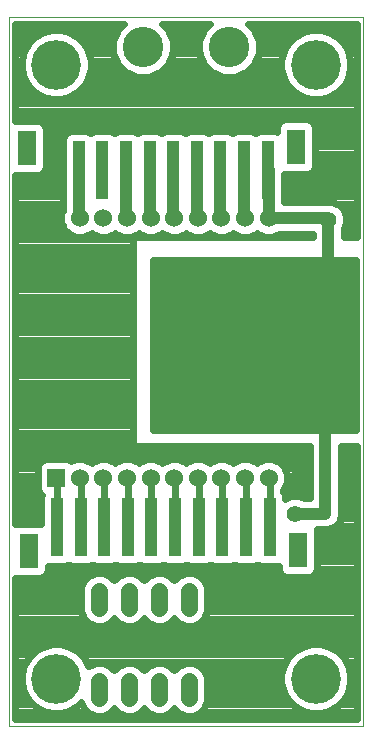
<source format=gtl>
G75*
G70*
%OFA0B0*%
%FSLAX24Y24*%
%IPPOS*%
%LPD*%
%AMOC8*
5,1,8,0,0,1.08239X$1,22.5*
%
%ADD10C,0.0000*%
%ADD11C,0.0560*%
%ADD12R,0.0600X0.0600*%
%ADD13C,0.0600*%
%ADD14R,0.0394X0.1969*%
%ADD15R,0.0630X0.1181*%
%ADD16C,0.1349*%
%ADD17C,0.1660*%
%ADD18C,0.0240*%
%ADD19C,0.0700*%
%ADD20C,0.0554*%
%ADD21C,0.0400*%
%ADD22C,0.0200*%
%ADD23C,0.0436*%
D10*
X000240Y000250D02*
X000240Y000260D01*
X000240Y023882D01*
X012051Y023882D01*
X012051Y000260D01*
X000240Y000260D01*
D11*
X003250Y001200D02*
X003250Y001760D01*
X004250Y001760D02*
X004250Y001200D01*
X005250Y001200D02*
X005250Y001760D01*
X006250Y001760D02*
X006250Y001200D01*
X006250Y004200D02*
X006250Y004760D01*
X005250Y004760D02*
X005250Y004200D01*
X004250Y004200D02*
X004250Y004760D01*
X003250Y004760D02*
X003250Y004200D01*
D12*
X001815Y008528D03*
X001815Y017189D03*
D13*
X002602Y017189D03*
X003390Y017189D03*
X004177Y017189D03*
X004964Y017189D03*
X005752Y017189D03*
X006539Y017189D03*
X007327Y017189D03*
X008114Y017189D03*
X008901Y017189D03*
X008901Y008528D03*
X008114Y008528D03*
X007327Y008528D03*
X006539Y008528D03*
X005752Y008528D03*
X004964Y008528D03*
X004177Y008528D03*
X003390Y008528D03*
X002602Y008528D03*
D14*
X002629Y006882D03*
X003416Y006882D03*
X004203Y006882D03*
X004991Y006882D03*
X005778Y006882D03*
X006566Y006882D03*
X007353Y006882D03*
X008140Y006882D03*
X008928Y006882D03*
X008869Y018778D03*
X008081Y018778D03*
X007294Y018778D03*
X006507Y018778D03*
X005719Y018778D03*
X004932Y018778D03*
X004144Y018778D03*
X003357Y018778D03*
X002570Y018778D03*
X001782Y018778D03*
X001841Y006882D03*
D15*
X000896Y006094D03*
X000837Y019526D03*
X009814Y019566D03*
X009873Y006134D03*
D16*
X007583Y022898D03*
X004709Y022898D03*
D17*
X001815Y022307D03*
X010476Y022307D03*
X010476Y001835D03*
X001815Y001835D03*
D18*
X002298Y002884D02*
X009993Y002884D01*
X010032Y002906D02*
X009770Y002755D01*
X009556Y002541D01*
X009405Y002279D01*
X009326Y001986D01*
X009326Y001683D01*
X009405Y001391D01*
X009556Y001129D01*
X009770Y000915D01*
X010032Y000763D01*
X010325Y000685D01*
X010628Y000685D01*
X010920Y000763D01*
X011182Y000915D01*
X011396Y001129D01*
X011548Y001391D01*
X011626Y001683D01*
X011626Y001986D01*
X011548Y002279D01*
X011396Y002541D01*
X011182Y002755D01*
X010920Y002906D01*
X010628Y002985D01*
X010325Y002985D01*
X010032Y002906D01*
X009660Y002645D02*
X002631Y002645D01*
X002735Y002541D02*
X002521Y002755D01*
X002259Y002906D01*
X001966Y002985D01*
X001663Y002985D01*
X001371Y002906D01*
X001109Y002755D01*
X000895Y002541D01*
X000743Y002279D01*
X000665Y001986D01*
X000665Y001683D01*
X000743Y001391D01*
X000895Y001129D01*
X001109Y000915D01*
X001371Y000763D01*
X001663Y000685D01*
X001966Y000685D01*
X002259Y000763D01*
X002521Y000915D01*
X002661Y001055D01*
X002741Y000860D01*
X002910Y000691D01*
X003131Y000600D01*
X003369Y000600D01*
X003590Y000691D01*
X003750Y000851D01*
X003910Y000691D01*
X004131Y000600D01*
X004369Y000600D01*
X004590Y000691D01*
X004750Y000851D01*
X004910Y000691D01*
X005131Y000600D01*
X005369Y000600D01*
X005590Y000691D01*
X005750Y000851D01*
X005910Y000691D01*
X006131Y000600D01*
X006369Y000600D01*
X006590Y000691D01*
X006759Y000860D01*
X006850Y001081D01*
X006850Y001879D01*
X006759Y002100D01*
X006590Y002269D01*
X006369Y002360D01*
X006131Y002360D01*
X005910Y002269D01*
X005750Y002109D01*
X005590Y002269D01*
X005369Y002360D01*
X005131Y002360D01*
X004910Y002269D01*
X004750Y002109D01*
X004590Y002269D01*
X004369Y002360D01*
X004131Y002360D01*
X003910Y002269D01*
X003750Y002109D01*
X003590Y002269D01*
X003369Y002360D01*
X003131Y002360D01*
X002910Y002269D01*
X002893Y002252D01*
X002886Y002279D01*
X002735Y002541D01*
X002813Y002407D02*
X009478Y002407D01*
X009375Y002168D02*
X006691Y002168D01*
X006829Y001930D02*
X009326Y001930D01*
X009326Y001691D02*
X006850Y001691D01*
X006850Y001453D02*
X009388Y001453D01*
X009507Y001214D02*
X006850Y001214D01*
X006806Y000976D02*
X009709Y000976D01*
X010130Y000737D02*
X006636Y000737D01*
X005864Y000737D02*
X005636Y000737D01*
X004864Y000737D02*
X004636Y000737D01*
X003864Y000737D02*
X003636Y000737D01*
X002864Y000737D02*
X002161Y000737D01*
X002582Y000976D02*
X002694Y000976D01*
X003691Y002168D02*
X003809Y002168D01*
X004131Y003600D02*
X003910Y003691D01*
X003750Y003851D01*
X003590Y003691D01*
X003369Y003600D01*
X003131Y003600D01*
X002910Y003691D01*
X002741Y003860D01*
X002650Y004081D01*
X002650Y004879D01*
X002741Y005100D01*
X002910Y005269D01*
X003131Y005360D01*
X003369Y005360D01*
X003590Y005269D01*
X003750Y005109D01*
X003910Y005269D01*
X004131Y005360D01*
X004369Y005360D01*
X004590Y005269D01*
X004750Y005109D01*
X004910Y005269D01*
X005131Y005360D01*
X005369Y005360D01*
X005590Y005269D01*
X005750Y005109D01*
X005910Y005269D01*
X006131Y005360D01*
X006369Y005360D01*
X006590Y005269D01*
X006759Y005100D01*
X006850Y004879D01*
X006850Y004081D01*
X006759Y003860D01*
X006590Y003691D01*
X006369Y003600D01*
X006131Y003600D01*
X005910Y003691D01*
X005750Y003851D01*
X005590Y003691D01*
X005369Y003600D01*
X005131Y003600D01*
X004910Y003691D01*
X004750Y003851D01*
X004590Y003691D01*
X004369Y003600D01*
X004131Y003600D01*
X003764Y003838D02*
X003736Y003838D01*
X003590Y005269D02*
X003910Y005269D01*
X003943Y005577D02*
X003825Y005626D01*
X003810Y005642D01*
X003794Y005626D01*
X003677Y005577D01*
X003156Y005577D01*
X003038Y005626D01*
X003022Y005642D01*
X003007Y005626D01*
X002889Y005577D01*
X002368Y005577D01*
X002251Y005626D01*
X002235Y005642D01*
X002219Y005626D01*
X002102Y005577D01*
X001581Y005577D01*
X001531Y005598D01*
X001531Y005440D01*
X001483Y005322D01*
X001393Y005232D01*
X001275Y005184D01*
X000518Y005184D01*
X000460Y005208D01*
X000460Y000480D01*
X011831Y000480D01*
X011831Y009600D01*
X011307Y009600D01*
X011307Y007227D01*
X011228Y007035D01*
X011082Y006889D01*
X010891Y006810D01*
X010499Y006810D01*
X010508Y006788D01*
X010508Y005479D01*
X010459Y005362D01*
X010369Y005272D01*
X010251Y005223D01*
X009494Y005223D01*
X009377Y005272D01*
X009287Y005362D01*
X009238Y005479D01*
X009238Y005598D01*
X009188Y005577D01*
X008667Y005577D01*
X008550Y005626D01*
X008534Y005642D01*
X008519Y005626D01*
X008401Y005577D01*
X007880Y005577D01*
X007762Y005626D01*
X007747Y005642D01*
X007731Y005626D01*
X007614Y005577D01*
X007093Y005577D01*
X006975Y005626D01*
X006959Y005642D01*
X006944Y005626D01*
X006826Y005577D01*
X006305Y005577D01*
X006188Y005626D01*
X006172Y005642D01*
X006156Y005626D01*
X006039Y005577D01*
X005518Y005577D01*
X005400Y005626D01*
X005385Y005642D01*
X005369Y005626D01*
X005251Y005577D01*
X004730Y005577D01*
X004613Y005626D01*
X004597Y005642D01*
X004582Y005626D01*
X004464Y005577D01*
X003943Y005577D01*
X004203Y006882D02*
X004203Y008528D01*
X004177Y008528D01*
X003901Y009085D02*
X003666Y009085D01*
X003741Y009053D02*
X003513Y009148D01*
X003266Y009148D01*
X003038Y009053D01*
X002996Y009011D01*
X002953Y009053D01*
X002726Y009148D01*
X002479Y009148D01*
X002315Y009080D01*
X002296Y009099D01*
X002178Y009148D01*
X001451Y009148D01*
X001334Y009099D01*
X001244Y009009D01*
X001195Y008891D01*
X001195Y008164D01*
X001244Y008046D01*
X001334Y007956D01*
X001335Y007956D01*
X001324Y007930D01*
X001324Y006984D01*
X001275Y007005D01*
X000518Y007005D01*
X000460Y006981D01*
X000460Y018616D01*
X001216Y018616D01*
X001333Y018665D01*
X001423Y018755D01*
X001472Y018872D01*
X001472Y020181D01*
X001423Y020298D01*
X001333Y020388D01*
X001216Y020437D01*
X000460Y020437D01*
X000460Y023662D01*
X004066Y023662D01*
X003865Y023461D01*
X003714Y023096D01*
X003714Y022700D01*
X003865Y022335D01*
X004145Y022055D01*
X004511Y021903D01*
X004906Y021903D01*
X005272Y022055D01*
X005552Y022335D01*
X005703Y022700D01*
X005703Y023096D01*
X005552Y023461D01*
X005351Y023662D01*
X006940Y023662D01*
X006739Y023461D01*
X006588Y023096D01*
X006588Y022700D01*
X006739Y022335D01*
X007019Y022055D01*
X007385Y021903D01*
X007780Y021903D01*
X008146Y022055D01*
X008426Y022335D01*
X008577Y022700D01*
X008577Y023096D01*
X008426Y023461D01*
X008225Y023662D01*
X011831Y023662D01*
X011831Y016550D01*
X011410Y016550D01*
X011410Y016825D01*
X011487Y017011D01*
X011487Y017249D01*
X011396Y017468D01*
X011228Y017636D01*
X011009Y017727D01*
X010771Y017727D01*
X010728Y017709D01*
X009421Y017709D01*
X009421Y018661D01*
X009435Y018655D01*
X010192Y018655D01*
X010310Y018704D01*
X010400Y018794D01*
X010449Y018912D01*
X010449Y020220D01*
X010400Y020338D01*
X010310Y020428D01*
X010192Y020476D01*
X009435Y020476D01*
X009317Y020428D01*
X009227Y020338D01*
X009179Y020220D01*
X009179Y020062D01*
X009129Y020083D01*
X008608Y020083D01*
X008491Y020034D01*
X008475Y020018D01*
X008459Y020034D01*
X008342Y020083D01*
X007821Y020083D01*
X007703Y020034D01*
X007688Y020018D01*
X007672Y020034D01*
X007554Y020083D01*
X007033Y020083D01*
X006916Y020034D01*
X006900Y020018D01*
X006885Y020034D01*
X006767Y020083D01*
X006246Y020083D01*
X006128Y020034D01*
X006113Y020018D01*
X006097Y020034D01*
X005980Y020083D01*
X005459Y020083D01*
X005341Y020034D01*
X005325Y020018D01*
X005310Y020034D01*
X005192Y020083D01*
X004671Y020083D01*
X004554Y020034D01*
X004538Y020018D01*
X004522Y020034D01*
X004405Y020083D01*
X003884Y020083D01*
X003766Y020034D01*
X003751Y020018D01*
X003735Y020034D01*
X003617Y020083D01*
X003096Y020083D01*
X002979Y020034D01*
X002963Y020018D01*
X002948Y020034D01*
X002830Y020083D01*
X002309Y020083D01*
X002191Y020034D01*
X002101Y019944D01*
X002053Y019826D01*
X002053Y018889D01*
X002050Y018882D01*
X002050Y017475D01*
X001982Y017312D01*
X001982Y017066D01*
X002077Y016838D01*
X002251Y016664D01*
X002479Y016569D01*
X002726Y016569D01*
X002953Y016664D01*
X002996Y016706D01*
X003038Y016664D01*
X003266Y016569D01*
X003513Y016569D01*
X003741Y016664D01*
X003783Y016706D01*
X003826Y016664D01*
X004054Y016569D01*
X004300Y016569D01*
X004528Y016664D01*
X004571Y016706D01*
X004613Y016664D01*
X004841Y016569D01*
X005088Y016569D01*
X005316Y016664D01*
X005358Y016706D01*
X005401Y016664D01*
X005628Y016569D01*
X005875Y016569D01*
X006103Y016664D01*
X006146Y016706D01*
X006188Y016664D01*
X006416Y016569D01*
X006663Y016569D01*
X006890Y016664D01*
X006933Y016706D01*
X006975Y016664D01*
X007203Y016569D01*
X007450Y016569D01*
X007678Y016664D01*
X007720Y016706D01*
X007763Y016664D01*
X007991Y016569D01*
X008237Y016569D01*
X008465Y016664D01*
X008508Y016706D01*
X008550Y016664D01*
X008778Y016569D01*
X009025Y016569D01*
X009253Y016664D01*
X009258Y016669D01*
X010370Y016669D01*
X010370Y016550D01*
X004390Y016550D01*
X004390Y009600D01*
X010267Y009600D01*
X010267Y007850D01*
X010085Y007850D01*
X009899Y007927D01*
X009661Y007927D01*
X009445Y007837D01*
X009445Y007930D01*
X009396Y008047D01*
X009368Y008075D01*
X009368Y008117D01*
X009427Y008177D01*
X009521Y008404D01*
X009521Y008651D01*
X009427Y008879D01*
X009253Y009053D01*
X009025Y009148D01*
X008778Y009148D01*
X008550Y009053D01*
X008508Y009011D01*
X008465Y009053D01*
X008237Y009148D01*
X007991Y009148D01*
X007763Y009053D01*
X007720Y009011D01*
X007678Y009053D01*
X007450Y009148D01*
X007203Y009148D01*
X006975Y009053D01*
X006933Y009011D01*
X006890Y009053D01*
X006663Y009148D01*
X006416Y009148D01*
X006188Y009053D01*
X006146Y009011D01*
X006103Y009053D01*
X005875Y009148D01*
X005628Y009148D01*
X005401Y009053D01*
X005358Y009011D01*
X005316Y009053D01*
X005088Y009148D01*
X004841Y009148D01*
X004613Y009053D01*
X004571Y009011D01*
X004528Y009053D01*
X004300Y009148D01*
X004054Y009148D01*
X003826Y009053D01*
X003783Y009011D01*
X003741Y009053D01*
X003416Y008528D02*
X003416Y006882D01*
X002629Y006882D02*
X002629Y008528D01*
X002602Y008528D01*
X002878Y009085D02*
X003114Y009085D01*
X003390Y008528D02*
X003416Y008528D01*
X004390Y009800D02*
X000460Y009800D01*
X000460Y009562D02*
X010267Y009562D01*
X010267Y009323D02*
X000460Y009323D01*
X000460Y009085D02*
X001319Y009085D01*
X001195Y008846D02*
X000460Y008846D01*
X000460Y008608D02*
X001195Y008608D01*
X001195Y008369D02*
X000460Y008369D01*
X000460Y008131D02*
X001209Y008131D01*
X001324Y007892D02*
X000460Y007892D01*
X000460Y007654D02*
X001324Y007654D01*
X001324Y007415D02*
X000460Y007415D01*
X000460Y007177D02*
X001324Y007177D01*
X001841Y006882D02*
X001841Y008528D01*
X001815Y008528D01*
X002311Y009085D02*
X002326Y009085D01*
X001531Y005507D02*
X009238Y005507D01*
X009384Y005269D02*
X006590Y005269D01*
X006788Y005030D02*
X011831Y005030D01*
X011831Y004792D02*
X006850Y004792D01*
X006850Y004553D02*
X011831Y004553D01*
X011831Y004315D02*
X006850Y004315D01*
X006848Y004076D02*
X011831Y004076D01*
X011831Y003838D02*
X006736Y003838D01*
X005910Y005269D02*
X005590Y005269D01*
X004910Y005269D02*
X004590Y005269D01*
X004736Y003838D02*
X004764Y003838D01*
X004809Y002168D02*
X004691Y002168D01*
X005691Y002168D02*
X005809Y002168D01*
X005764Y003838D02*
X005736Y003838D01*
X005778Y006882D02*
X005778Y008528D01*
X005752Y008528D01*
X006028Y009085D02*
X006263Y009085D01*
X006539Y008528D02*
X006566Y008528D01*
X006566Y006882D01*
X007353Y006882D02*
X007353Y008528D01*
X007327Y008528D01*
X007603Y009085D02*
X007838Y009085D01*
X008114Y008528D02*
X008140Y008528D01*
X008140Y006882D01*
X008928Y006882D02*
X008928Y008528D01*
X008901Y008528D01*
X009177Y009085D02*
X010267Y009085D01*
X010267Y008846D02*
X009441Y008846D01*
X009521Y008608D02*
X010267Y008608D01*
X010267Y008369D02*
X009507Y008369D01*
X009381Y008131D02*
X010267Y008131D01*
X010267Y007892D02*
X009984Y007892D01*
X009576Y007892D02*
X009445Y007892D01*
X008625Y009085D02*
X008390Y009085D01*
X007051Y009085D02*
X006815Y009085D01*
X005476Y009085D02*
X005240Y009085D01*
X004991Y008528D02*
X004991Y006882D01*
X004964Y008528D02*
X004991Y008528D01*
X004688Y009085D02*
X004453Y009085D01*
X004390Y010039D02*
X000460Y010039D01*
X000460Y010277D02*
X004390Y010277D01*
X004390Y010516D02*
X000460Y010516D01*
X000460Y010754D02*
X004390Y010754D01*
X004390Y010993D02*
X000460Y010993D01*
X000460Y011231D02*
X004390Y011231D01*
X004390Y011470D02*
X000460Y011470D01*
X000460Y011708D02*
X004390Y011708D01*
X004390Y011947D02*
X000460Y011947D01*
X000460Y012185D02*
X004390Y012185D01*
X004390Y012424D02*
X000460Y012424D01*
X000460Y012662D02*
X004390Y012662D01*
X004390Y012901D02*
X000460Y012901D01*
X000460Y013139D02*
X004390Y013139D01*
X004390Y013378D02*
X000460Y013378D01*
X000460Y013616D02*
X004390Y013616D01*
X004390Y013855D02*
X000460Y013855D01*
X000460Y014093D02*
X004390Y014093D01*
X004390Y014332D02*
X000460Y014332D01*
X000460Y014570D02*
X004390Y014570D01*
X004390Y014809D02*
X000460Y014809D01*
X000460Y015047D02*
X004390Y015047D01*
X004390Y015286D02*
X000460Y015286D01*
X000460Y015524D02*
X004390Y015524D01*
X004390Y015763D02*
X000460Y015763D01*
X000460Y016001D02*
X004390Y016001D01*
X004390Y016240D02*
X000460Y016240D01*
X000460Y016478D02*
X004390Y016478D01*
X004470Y020056D02*
X004606Y020056D01*
X005258Y020056D02*
X005393Y020056D01*
X006045Y020056D02*
X006181Y020056D01*
X006832Y020056D02*
X006968Y020056D01*
X007620Y020056D02*
X007755Y020056D01*
X008407Y020056D02*
X008543Y020056D01*
X009209Y020294D02*
X001425Y020294D01*
X001472Y020056D02*
X002244Y020056D01*
X002053Y019817D02*
X001472Y019817D01*
X001472Y019579D02*
X002053Y019579D01*
X002053Y019340D02*
X001472Y019340D01*
X001472Y019102D02*
X002053Y019102D01*
X002050Y018863D02*
X001468Y018863D01*
X001237Y018625D02*
X002050Y018625D01*
X002050Y018386D02*
X000460Y018386D01*
X000460Y018148D02*
X002050Y018148D01*
X002050Y017909D02*
X000460Y017909D01*
X000460Y017671D02*
X002050Y017671D01*
X002032Y017432D02*
X000460Y017432D01*
X000460Y017194D02*
X001982Y017194D01*
X002028Y016955D02*
X000460Y016955D01*
X000460Y016717D02*
X002198Y016717D01*
X002895Y020056D02*
X003031Y020056D01*
X003683Y020056D02*
X003818Y020056D01*
X002735Y021601D02*
X002886Y021863D01*
X002965Y022156D01*
X002965Y022459D01*
X002886Y022751D01*
X002735Y023013D01*
X002521Y023227D01*
X002259Y023379D01*
X001966Y023457D01*
X001663Y023457D01*
X001371Y023379D01*
X001109Y023227D01*
X000895Y023013D01*
X000743Y022751D01*
X000665Y022459D01*
X000665Y022156D01*
X000743Y021863D01*
X000895Y021601D01*
X001109Y021387D01*
X001371Y021236D01*
X001663Y021157D01*
X001966Y021157D01*
X002259Y021236D01*
X002521Y021387D01*
X002735Y021601D01*
X002806Y021725D02*
X009485Y021725D01*
X009556Y021601D02*
X009405Y021863D01*
X009326Y022156D01*
X009326Y022459D01*
X009405Y022751D01*
X009556Y023013D01*
X009770Y023227D01*
X010032Y023379D01*
X010325Y023457D01*
X010628Y023457D01*
X010920Y023379D01*
X011182Y023227D01*
X011396Y023013D01*
X011548Y022751D01*
X011626Y022459D01*
X011626Y022156D01*
X011548Y021863D01*
X011396Y021601D01*
X011182Y021387D01*
X010920Y021236D01*
X010628Y021157D01*
X010325Y021157D01*
X010032Y021236D01*
X009770Y021387D01*
X009556Y021601D01*
X009671Y021487D02*
X002620Y021487D01*
X002913Y021964D02*
X004366Y021964D01*
X003998Y022202D02*
X002965Y022202D01*
X002965Y022441D02*
X003822Y022441D01*
X003723Y022679D02*
X002906Y022679D01*
X002790Y022918D02*
X003714Y022918D01*
X003739Y023156D02*
X002592Y023156D01*
X002200Y023395D02*
X003838Y023395D01*
X004037Y023633D02*
X000460Y023633D01*
X000460Y023395D02*
X001430Y023395D01*
X001037Y023156D02*
X000460Y023156D01*
X000460Y022918D02*
X000839Y022918D01*
X000724Y022679D02*
X000460Y022679D01*
X000460Y022441D02*
X000665Y022441D01*
X000665Y022202D02*
X000460Y022202D01*
X000460Y021964D02*
X000716Y021964D01*
X000823Y021725D02*
X000460Y021725D01*
X000460Y021487D02*
X001009Y021487D01*
X001350Y021248D02*
X000460Y021248D01*
X000460Y021010D02*
X011831Y021010D01*
X011831Y021248D02*
X010941Y021248D01*
X011282Y021487D02*
X011831Y021487D01*
X011831Y021725D02*
X011468Y021725D01*
X011575Y021964D02*
X011831Y021964D01*
X011831Y022202D02*
X011626Y022202D01*
X011626Y022441D02*
X011831Y022441D01*
X011831Y022679D02*
X011567Y022679D01*
X011452Y022918D02*
X011831Y022918D01*
X011831Y023156D02*
X011254Y023156D01*
X010861Y023395D02*
X011831Y023395D01*
X011831Y023633D02*
X008254Y023633D01*
X008453Y023395D02*
X010091Y023395D01*
X009699Y023156D02*
X008552Y023156D01*
X008577Y022918D02*
X009501Y022918D01*
X009385Y022679D02*
X008568Y022679D01*
X008469Y022441D02*
X009326Y022441D01*
X009326Y022202D02*
X008293Y022202D01*
X007926Y021964D02*
X009378Y021964D01*
X010011Y021248D02*
X002280Y021248D01*
X000460Y020771D02*
X011831Y020771D01*
X011831Y020533D02*
X000460Y020533D01*
X005051Y021964D02*
X007240Y021964D01*
X006872Y022202D02*
X005419Y022202D01*
X005595Y022441D02*
X006696Y022441D01*
X006597Y022679D02*
X005694Y022679D01*
X005703Y022918D02*
X006588Y022918D01*
X006613Y023156D02*
X005678Y023156D01*
X005579Y023395D02*
X006712Y023395D01*
X006911Y023633D02*
X005380Y023633D01*
X009421Y018625D02*
X011831Y018625D01*
X011831Y018863D02*
X010428Y018863D01*
X010449Y019102D02*
X011831Y019102D01*
X011831Y019340D02*
X010449Y019340D01*
X010449Y019579D02*
X011831Y019579D01*
X011831Y019817D02*
X010449Y019817D01*
X010449Y020056D02*
X011831Y020056D01*
X011831Y020294D02*
X010418Y020294D01*
X009421Y018386D02*
X011831Y018386D01*
X011831Y018148D02*
X009421Y018148D01*
X009421Y017909D02*
X011831Y017909D01*
X011831Y017671D02*
X011146Y017671D01*
X011411Y017432D02*
X011831Y017432D01*
X011831Y017194D02*
X011487Y017194D01*
X011464Y016955D02*
X011831Y016955D01*
X011831Y016717D02*
X011410Y016717D01*
X011307Y009562D02*
X011831Y009562D01*
X011831Y009323D02*
X011307Y009323D01*
X011307Y009085D02*
X011831Y009085D01*
X011831Y008846D02*
X011307Y008846D01*
X011307Y008608D02*
X011831Y008608D01*
X011831Y008369D02*
X011307Y008369D01*
X011307Y008131D02*
X011831Y008131D01*
X011831Y007892D02*
X011307Y007892D01*
X011307Y007654D02*
X011831Y007654D01*
X011831Y007415D02*
X011307Y007415D01*
X011287Y007177D02*
X011831Y007177D01*
X011831Y006938D02*
X011131Y006938D01*
X010508Y006700D02*
X011831Y006700D01*
X011831Y006461D02*
X010508Y006461D01*
X010508Y006223D02*
X011831Y006223D01*
X011831Y005984D02*
X010508Y005984D01*
X010508Y005746D02*
X011831Y005746D01*
X011831Y005507D02*
X010508Y005507D01*
X010361Y005269D02*
X011831Y005269D01*
X011831Y003599D02*
X000460Y003599D01*
X000460Y003361D02*
X011831Y003361D01*
X011831Y003122D02*
X000460Y003122D01*
X000460Y002884D02*
X001331Y002884D01*
X000999Y002645D02*
X000460Y002645D01*
X000460Y002407D02*
X000817Y002407D01*
X000714Y002168D02*
X000460Y002168D01*
X000460Y001930D02*
X000665Y001930D01*
X000665Y001691D02*
X000460Y001691D01*
X000460Y001453D02*
X000727Y001453D01*
X000845Y001214D02*
X000460Y001214D01*
X000460Y000976D02*
X001048Y000976D01*
X001469Y000737D02*
X000460Y000737D01*
X000460Y000499D02*
X011831Y000499D01*
X011831Y000737D02*
X010822Y000737D01*
X011243Y000976D02*
X011831Y000976D01*
X011831Y001214D02*
X011446Y001214D01*
X011564Y001453D02*
X011831Y001453D01*
X011831Y001691D02*
X011626Y001691D01*
X011626Y001930D02*
X011831Y001930D01*
X011831Y002168D02*
X011577Y002168D01*
X011474Y002407D02*
X011831Y002407D01*
X011831Y002645D02*
X011292Y002645D01*
X010960Y002884D02*
X011831Y002884D01*
X002910Y005269D02*
X001429Y005269D01*
X000460Y005030D02*
X002712Y005030D01*
X002650Y004792D02*
X000460Y004792D01*
X000460Y004553D02*
X002650Y004553D01*
X002650Y004315D02*
X000460Y004315D01*
X000460Y004076D02*
X002652Y004076D01*
X002764Y003838D02*
X000460Y003838D01*
D19*
X010000Y008600D03*
X011350Y006660D03*
X011600Y008580D03*
D20*
X009780Y007330D03*
X010890Y017130D03*
D21*
X010890Y010496D01*
X010787Y009970D01*
X010787Y007330D01*
X009780Y007330D01*
X010890Y017130D02*
X010890Y017189D01*
X008901Y017189D01*
X008901Y018778D01*
X008869Y018778D01*
X008081Y018778D02*
X008081Y017189D01*
X008114Y017189D01*
X007327Y017189D02*
X007294Y017189D01*
X007294Y018778D01*
X006507Y018778D02*
X006507Y017189D01*
X006539Y017189D01*
X005752Y017189D02*
X005719Y017189D01*
X005719Y018778D01*
X004964Y017189D02*
X004932Y017189D01*
X004932Y018778D01*
X004144Y018778D02*
X004144Y017189D01*
X004177Y017189D01*
X002570Y017189D02*
X002570Y018778D01*
D22*
X005060Y015790D02*
X011851Y015790D01*
X011851Y010080D01*
X005060Y010080D01*
X005060Y015790D01*
X005060Y015743D02*
X011851Y015743D01*
X011851Y015545D02*
X005060Y015545D01*
X005060Y015346D02*
X011851Y015346D01*
X011851Y015148D02*
X005060Y015148D01*
X005060Y014949D02*
X011851Y014949D01*
X011851Y014751D02*
X005060Y014751D01*
X005060Y014552D02*
X011851Y014552D01*
X011851Y014354D02*
X005060Y014354D01*
X005060Y014155D02*
X011851Y014155D01*
X011851Y013957D02*
X005060Y013957D01*
X005060Y013758D02*
X011851Y013758D01*
X011851Y013560D02*
X005060Y013560D01*
X005060Y013361D02*
X011851Y013361D01*
X011851Y013163D02*
X005060Y013163D01*
X005060Y012964D02*
X011851Y012964D01*
X011851Y012766D02*
X005060Y012766D01*
X005060Y012567D02*
X011851Y012567D01*
X011851Y012369D02*
X005060Y012369D01*
X005060Y012170D02*
X011851Y012170D01*
X011851Y011972D02*
X005060Y011972D01*
X005060Y011773D02*
X011851Y011773D01*
X011851Y011575D02*
X005060Y011575D01*
X005060Y011376D02*
X011851Y011376D01*
X011851Y011178D02*
X005060Y011178D01*
X005060Y010979D02*
X011851Y010979D01*
X011851Y010781D02*
X005060Y010781D01*
X005060Y010582D02*
X011851Y010582D01*
X011851Y010384D02*
X005060Y010384D01*
X005060Y010185D02*
X011851Y010185D01*
D23*
X010340Y010490D03*
X006820Y011030D03*
X006160Y013020D03*
X006770Y015030D03*
M02*

</source>
